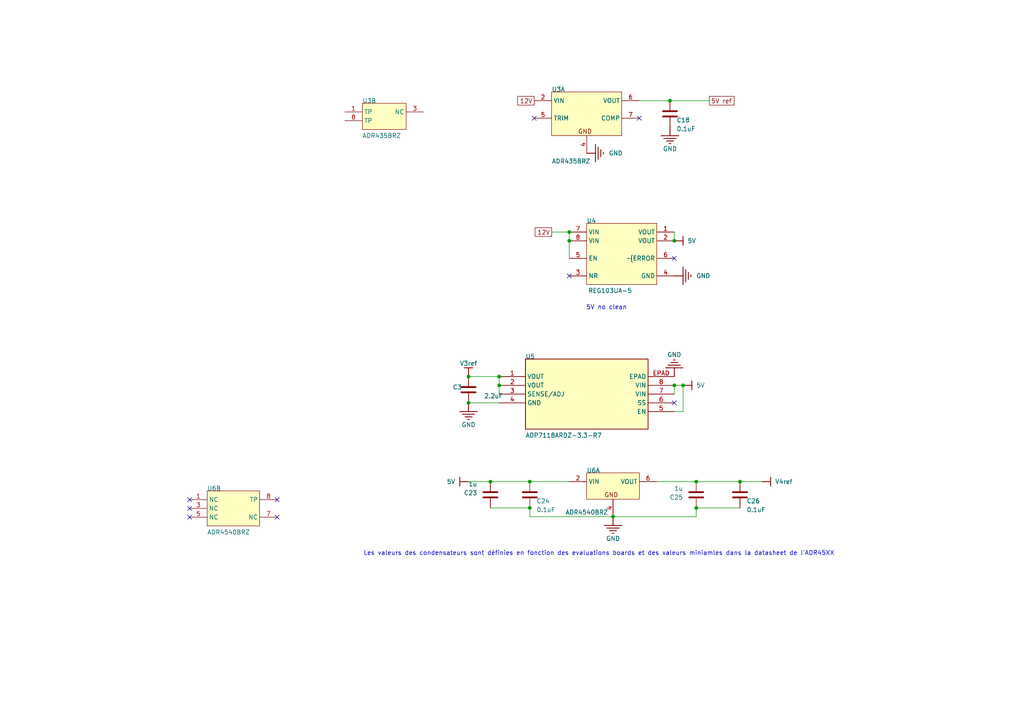
<source format=kicad_sch>
(kicad_sch (version 20211123) (generator eeschema)
  (paper "A4")
  (lib_symbols
    (symbol "Device:C" (pin_numbers hide) (pin_names (offset 0.254))
      (property "Reference" "C" (at 0.635 2.54 0))
      (property "Value" "C" (at 0.635 -2.54 0))
      (symbol "C_0_1"
        (polyline (pts (xy -2.032 -0.762) (xy 2.032 -0.762)) (stroke (width 0.508)))
        (polyline (pts (xy -2.032 0.762) (xy 2.032 0.762)) (stroke (width 0.508)))
      )
      (symbol "C_1_1"
        (pin passive line (at 0 3.81 270) (length 2.794) (name "~") (number "1"))
        (pin passive line (at 0 -3.81 90) (length 2.794) (name "~") (number "2"))
      )
    )
    (symbol "Vref-altium-import:0_CMP-0784-00192-1"
      (property "Value" "0_CMP-0784-00192-1" (at 0 0 0))
      (symbol "0_CMP-0784-00192-1_1_0"
        (rectangle (start 15.24 0) (end 0 -7.62) (fill (type background)))
        (text "GND" (at 5.08 -7.112 0) (effects (font (size 1.27 1.27)) (justify left bottom)))
        (pin power_in line (at -5.08 -2.54 0) (length 5.08) (name "VIN") (number "2"))
        (pin power_in line (at 7.62 -12.7 90) (length 5.08) (name "GND") (number "4"))
        (pin power_in line (at 20.32 -2.54 180) (length 5.08) (name "VOUT") (number "6"))
      )
      (symbol "0_CMP-0784-00192-1_2_0"
        (rectangle (start 15.24 0) (end 0 -10.16) (fill (type background)))
        (pin passive line (at -5.08 -2.54 0) (length 5.08) (name "NC") (number "1"))
        (pin passive line (at -5.08 -5.08 0) (length 5.08) (name "NC") (number "3"))
        (pin passive line (at -5.08 -7.62 0) (length 5.08) (name "NC") (number "5"))
        (pin passive line (at 20.32 -7.62 180) (length 5.08) (name "NC") (number "7"))
        (pin passive line (at 20.32 -2.54 180) (length 5.08) (name "TP") (number "8"))
      )
    )
    (symbol "Vref-altium-import:0_CMP-0784-00226-1"
      (property "Value" "0_CMP-0784-00226-1" (at 0 0 0))
      (symbol "0_CMP-0784-00226-1_1_0"
        (rectangle (start 20.32 0) (end 0 -12.7) (fill (type background)))
        (text "GND" (at 7.62 -12.192 0) (effects (font (size 1.27 1.27)) (justify left bottom)))
        (pin power_in line (at -5.08 -2.54 0) (length 5.08) (name "VIN") (number "2"))
        (pin power_in line (at 10.16 -17.78 90) (length 5.08) (name "GND") (number "4"))
        (pin input line (at -5.08 -7.62 0) (length 5.08) (name "TRIM") (number "5"))
        (pin power_in line (at 25.4 -2.54 180) (length 5.08) (name "VOUT") (number "6"))
        (pin passive line (at 25.4 -7.62 180) (length 5.08) (name "COMP") (number "7"))
      )
      (symbol "0_CMP-0784-00226-1_2_0"
        (rectangle (start 12.7 0) (end 0 -7.62) (fill (type background)))
        (pin passive line (at -5.08 -2.54 0) (length 5.08) (name "TP") (number "1"))
        (pin passive line (at 17.78 -2.54 180) (length 5.08) (name "NC") (number "3"))
        (pin passive line (at -5.08 -5.08 0) (length 5.08) (name "TP") (number "8"))
      )
    )
    (symbol "Vref-altium-import:5V" (power)
      (property "Reference" "#PWR" (at 0 0 0))
      (property "Value" "5V" (at 0 3.81 0))
      (symbol "5V_0_0"
        (polyline (pts (xy -1.27 -2.54) (xy 1.27 -2.54)) (stroke (width 0.254)))
        (polyline (pts (xy 0 0) (xy 0 -2.54)) (stroke (width 0.254)))
        (pin power_in line (at 0 0 0) (length 0) hide (name "5V") (number ""))
      )
    )
    (symbol "Vref-altium-import:GND" (power)
      (property "Reference" "#PWR" (at 0 0 0))
      (property "Value" "GND" (at 0 6.35 0))
      (symbol "GND_0_0"
        (polyline (pts (xy -2.54 -2.54) (xy 2.54 -2.54)) (stroke (width 0.254)))
        (polyline (pts (xy -1.778 -3.302) (xy 1.778 -3.302)) (stroke (width 0.254)))
        (polyline (pts (xy -1.016 -4.064) (xy 1.016 -4.064)) (stroke (width 0.254)))
        (polyline (pts (xy -0.254 -4.826) (xy 0.254 -4.826)) (stroke (width 0.254)))
        (polyline (pts (xy 0 0) (xy 0 -2.54)) (stroke (width 0.254)))
        (pin power_in line (at 0 0 0) (length 0) hide (name "GND") (number ""))
      )
    )
    (symbol "Vref-altium-import:V3ref" (power)
      (property "Reference" "#PWR" (at 0 0 0))
      (property "Value" "V3ref" (at 0 3.81 0))
      (symbol "V3ref_0_0"
        (polyline (pts (xy -1.27 -2.54) (xy 1.27 -2.54)) (stroke (width 0.254)))
        (polyline (pts (xy 0 0) (xy 0 -2.54)) (stroke (width 0.254)))
        (pin power_in line (at 0 0 0) (length 0) hide (name "V3ref") (number ""))
      )
    )
    (symbol "Vref-altium-import:V4ref" (power)
      (property "Reference" "#PWR" (at 0 0 0))
      (property "Value" "V4ref" (at 0 3.81 0))
      (symbol "V4ref_0_0"
        (polyline (pts (xy -1.27 -2.54) (xy 1.27 -2.54)) (stroke (width 0.254)))
        (polyline (pts (xy 0 0) (xy 0 -2.54)) (stroke (width 0.254)))
        (pin power_in line (at 0 0 0) (length 0) hide (name "V4ref") (number ""))
      )
    )
    (symbol "lib:ADP7118ARDZ-3.3-R7"
      (property "Value" "ADP7118ARDZ-3.3-R7" (at 24.13 -11.43 0))
      (symbol "ADP7118ARDZ-3.3-R7_1_0"
        (rectangle (start 43.18 5.08) (end 7.62 -15.24) (stroke (width 0.254)) (fill (type background)))
        (pin power_in line (at 0 0 0) (length 7.62) (name "VOUT") (number "1"))
        (pin power_in line (at 0 -2.54 0) (length 7.62) (name "VOUT") (number "2"))
        (pin passive line (at 0 -5.08 0) (length 7.62) (name "SENSE/ADJ") (number "3"))
        (pin passive line (at 0 -7.62 0) (length 7.62) (name "GND") (number "4"))
        (pin passive line (at 50.8 -10.16 180) (length 7.62) (name "EN") (number "5"))
        (pin passive line (at 50.8 -7.62 180) (length 7.62) (name "SS") (number "6"))
        (pin passive line (at 50.8 -5.08 180) (length 7.62) (name "VIN") (number "7"))
        (pin passive line (at 50.8 -2.54 180) (length 7.62) (name "VIN") (number "8"))
        (pin passive line (at 50.8 0 180) (length 7.62) (name "EPAD") (number "EPAD"))
      )
    )
    (symbol "lib:ADR435BRZ_A"
      (property "Reference" "U3" (at 0 0 0))
      (property "Value" "ADR435BRZ_A" (at 0 -20.828 0))
      (symbol "ADR435BRZ_A_1_0"
        (rectangle (start 20.32 0) (end 0 -12.7) (fill (type background)))
        (text "GND" (at 7.62 -12.192 0) (effects (font (size 1.27 1.27)) (justify left bottom)))
        (pin power_in line (at -5.08 -2.54 0) (length 5.08) (name "VIN") (number "2"))
        (pin power_in line (at 10.16 -17.78 90) (length 5.08) (name "GND") (number "4"))
        (pin input line (at -5.08 -7.62 0) (length 5.08) (name "TRIM") (number "5"))
        (pin power_in line (at 25.4 -2.54 180) (length 5.08) (name "VOUT") (number "6"))
        (pin passive line (at 25.4 -7.62 180) (length 5.08) (name "COMP") (number "7"))
      )
      (symbol "ADR435BRZ_A_2_0"
        (rectangle (start 12.7 0) (end 0 -7.62) (fill (type background)))
        (pin passive line (at -5.08 -2.54 0) (length 5.08) (name "TP") (number "1"))
        (pin passive line (at 17.78 -2.54 180) (length 5.08) (name "NC") (number "3"))
        (pin passive line (at -5.08 -5.08 0) (length 5.08) (name "TP") (number "8"))
      )
    )
    (symbol "lib:ADR4540BRZ_A"
      (property "Reference" "U6" (at 0 0 0))
      (property "Value" "ADR4540BRZ_A" (at 0 -11.43 0))
      (symbol "ADR4540BRZ_A_1_0"
        (rectangle (start 15.24 0) (end 0 -7.62) (fill (type background)))
        (text "GND" (at 5.08 -7.112 0) (effects (font (size 1.27 1.27)) (justify left bottom)))
        (pin power_in line (at -5.08 -2.54 0) (length 5.08) (name "VIN") (number "2"))
        (pin power_in line (at 7.62 -12.7 90) (length 5.08) (name "GND") (number "4"))
        (pin power_in line (at 20.32 -2.54 180) (length 5.08) (name "VOUT") (number "6"))
      )
      (symbol "ADR4540BRZ_A_2_0"
        (rectangle (start 15.24 0) (end 0 -10.16) (fill (type background)))
        (pin passive line (at -5.08 -2.54 0) (length 5.08) (name "NC") (number "1"))
        (pin passive line (at -5.08 -5.08 0) (length 5.08) (name "NC") (number "3"))
        (pin passive line (at -5.08 -7.62 0) (length 5.08) (name "NC") (number "5"))
        (pin passive line (at 20.32 -7.62 180) (length 5.08) (name "NC") (number "7"))
        (pin passive line (at 20.32 -2.54 180) (length 5.08) (name "TP") (number "8"))
      )
    )
    (symbol "lib:REG103UA-5"
      (property "Reference" "U4" (at 0 0 0))
      (property "Value" "REG103UA-5" (at 0.4 -20.24 0))
      (symbol "REG103UA-5_1_0"
        (rectangle (start 20.32 0) (end 0 -17.78) (fill (type background)))
        (pin power_in line (at 25.4 -2.54 180) (length 5.08) (name "VOUT") (number "1"))
        (pin power_in line (at 25.4 -5.08 180) (length 5.08) (name "VOUT") (number "2"))
        (pin passive line (at -5.08 -15.24 0) (length 5.08) (name "NR") (number "3"))
        (pin power_in line (at 25.4 -15.24 180) (length 5.08) (name "GND") (number "4"))
        (pin input line (at -5.08 -10.16 0) (length 5.08) (name "EN") (number "5"))
        (pin output line (at 25.4 -10.16 180) (length 5.08) (name "~{ERROR") (number "6"))
        (pin power_in line (at -5.08 -2.54 0) (length 5.08) (name "VIN") (number "7"))
        (pin power_in line (at -5.08 -5.08 0) (length 5.08) (name "VIN") (number "8"))
      )
    )
  )
  (junction (at 165.1 69.85))
  (junction (at 144.78 109.22))
  (junction (at 198.12 111.76))
  (junction (at 165.1 67.31))
  (junction (at 194.31 29.21))
  (junction (at 177.8 149.86))
  (junction (at 201.93 139.7))
  (junction (at 195.58 111.76))
  (junction (at 214.63 139.7))
  (junction (at 142.24 139.7))
  (junction (at 195.58 69.85))
  (junction (at 201.93 147.32))
  (junction (at 135.89 109.22))
  (junction (at 153.67 139.7))
  (junction (at 135.89 116.84))
  (junction (at 153.67 147.32))
  (junction (at 144.78 111.76))
  (no_connect (at 80.4 144.9272))
  (no_connect (at 195.58 74.93))
  (no_connect (at 80.4 150.0072))
  (no_connect (at 195.58 116.84))
  (no_connect (at 55 144.9272))
  (no_connect (at 55 150.0072))
  (no_connect (at 154.94 34.29))
  (no_connect (at 55 147.4672))
  (no_connect (at 185.42 34.29))
  (no_connect (at 165.1 80.01))
  (wire (pts (xy 185.42 29.21) (xy 194.31 29.21)))
  (wire (pts (xy 135.89 139.7) (xy 142.24 139.7)))
  (wire (pts (xy 153.67 147.32) (xy 153.67 149.86)))
  (wire (pts (xy 144.78 111.76) (xy 144.78 114.3)))
  (wire (pts (xy 153.67 149.86) (xy 177.8 149.86)))
  (wire (pts (xy 201.93 147.32) (xy 201.93 149.86)))
  (wire (pts (xy 165.1 67.31) (xy 165.1 69.85)))
  (wire (pts (xy 177.8 149.86) (xy 201.93 149.86)))
  (wire (pts (xy 165.1 69.85) (xy 165.1 74.93)))
  (wire (pts (xy 142.24 139.7) (xy 153.67 139.7)))
  (wire (pts (xy 214.63 139.7) (xy 220.98 139.7)))
  (wire (pts (xy 195.58 111.76) (xy 195.58 114.3)))
  (wire (pts (xy 144.78 109.22) (xy 144.78 111.76)))
  (wire (pts (xy 201.93 139.7) (xy 214.63 139.7)))
  (wire (pts (xy 201.93 147.32) (xy 214.63 147.32)))
  (wire (pts (xy 135.89 109.22) (xy 144.78 109.22)))
  (wire (pts (xy 135.89 116.84) (xy 144.78 116.84)))
  (wire (pts (xy 160.02 67.31) (xy 165.1 67.31)))
  (wire (pts (xy 190.5 139.7) (xy 201.93 139.7)))
  (wire (pts (xy 153.67 139.7) (xy 165.1 139.7)))
  (wire (pts (xy 195.58 67.31) (xy 195.58 69.85)))
  (wire (pts (xy 195.58 119.38) (xy 198.12 119.38)))
  (wire (pts (xy 195.58 111.76) (xy 198.12 111.76)))
  (wire (pts (xy 198.12 119.38) (xy 198.12 111.76)))
  (wire (pts (xy 194.31 29.21) (xy 205.74 29.21)))
  (wire (pts (xy 142.24 147.32) (xy 153.67 147.32)))
  (text "Les valeurs des condensateurs sont définies en fonction des evaluations boards et des valeurs miniamles dans la datasheet de l'ADR45XX" (at 105.41 161.29 0) (effects (font (size 1.27 1.27)) (justify left bottom)))
  (text "5V no clean" (at 170 90.0072 180) (effects (font (size 1.27 1.27)) (justify left bottom)))
  (global_label "12V" (shape passive) (at 160.02 67.31 180) (property "Intersheet References" "${INTERSHEET_REFS}" (effects hide)))
  (global_label "5V ref" (shape passive) (at 205.74 29.21 0) (property "Intersheet References" "${INTERSHEET_REFS}" (effects hide)))
  (global_label "12V" (shape passive) (at 154.94 29.21 180) (property "Intersheet References" "${INTERSHEET_REFS}" (effects hide)))
  (symbol (lib_id "Vref-altium-import:GND") (at 194.31 36.83 0) (unit 1)
    (property "Reference" "#PWR?" (effects hide))
    (property "Value" "GND" (at 194.31 43.18 0))
  )
  (symbol (lib_id "Vref-altium-import:GND") (at 195.58 109.22 180) (unit 1)
    (property "Reference" "#PWR?" (effects hide))
    (property "Value" "GND" (at 195.58 102.87 0))
  )
  (symbol (lib_id "Vref-altium-import:V4ref") (at 220.98 139.7 90) (unit 1)
    (property "Reference" "#PWR?" (effects hide))
    (property "Value" "V4ref" (at 224.79 139.7 90) (effects (justify right)))
  )
  (symbol (lib_id "lib:ADR4540BRZ_A") (at 170.18 137.16 0) (unit 1)
    (property "Reference" "U6" (at 170.18 137.16 0) (effects (justify left bottom)))
    (property "Value" "ADR4540BRZ" (at 170.18 148.59 0))
    (property "Footprint" "ADI-R-8_M" (effects hide))
    (property "COMPONENTLINK4URL" "Product URL:http://www.analog.com/en/special-linear-functions/voltage-references/adr4540/products/product.html" (effects hide))
    (property "MOUNTING TECHNOLOGY" "Surface Mount" (effects hide))
    (property "COMPONENTLINK1DESCRIPTION" "Manufacturer URL" (effects hide))
    (property "PACKAGEDESCRIPTION" "8-Pin Standard Small Outline Package, Body 4.9 x 3.9 mm, Pitch 1.27 mm" (effects hide))
    (property "MAX V SUPPLY (V)" "15" (effects hide))
    (property "COMPONENTLINK2URL" "http://www.analog.com/static/imported-files/data_sheets/ADR4520_4525_4530_4533_4540_4550.pdf" (effects hide))
    (property "COMPONENTLINK1URL" "http://www.analog.com/en/index.html" (effects hide))
    (property "MIN V SUPPLY (V)" "3" (effects hide))
    (property "DATASHEETVERSION" "Rev. 0" (effects hide))
    (property "COMPONENTLINK4DESCRIPTION" "URL Link1" (effects hide))
    (property "OPERATING TEMP RANGE" "-40 to 125 degC" (effects hide))
    (property "PARTNUMBER" "ADR4540BRZ" (effects hide))
    (property "COMPONENTLINK2DESCRIPTION" "Datasheet" (effects hide))
    (property "COMPONENTLINK3URL" "http://www.analog.com/static/imported-files/packages/PKG_PDF/SOIC_Narrow%20(R)/R_8.pdf" (effects hide))
    (property "COMPONENTLINK3DESCRIPTION" "Package Specification" (effects hide))
    (property "MANUFACTURER" "Analog Devices" (effects hide))
    (property "PACKAGEVERSION" "060506-A, 06/2006" (effects hide))
    (property "VOUT" "4.096V" (effects hide))
    (property "PACKING" "Tube" (effects hide))
    (property "PACKAGEREFERENCE" "R-8" (effects hide))
    (property "REF OUT TC (PPM/C)" "2" (effects hide))
    (property "CODE_JEDEC" "MS-012-AA" (effects hide))
    (property "COMPONENT TYPE" "Standard" (effects hide))
    (property "DESIGN ITEM ID" "CMP-0784-00192-1" (effects hide))
    (property "MANUFACTURER PART NUMBER" "ADR4540BRZ" (effects hide))
    (property "PIN COUNT" "8" (effects hide))
    (property "SOURCE" "workerBoard.SCHLIB" (effects hide))
  )
  (symbol (lib_id "Vref-altium-import:GND") (at 135.89 116.84 0) (unit 1)
    (property "Reference" "#PWR?" (effects hide))
    (property "Value" "GND" (at 135.89 123.19 0))
  )
  (symbol (lib_id "Device:C") (at 153.67 143.51 0) (unit 1)
    (property "Reference" "C24" (at 155.575 146.05 0) (effects (justify left bottom)))
    (property "Value" "0.1uF" (at 155.575 148.59 0) (effects (justify left bottom)))
    (property "Footprint" "CAPC1608X90N" (effects hide))
    (property "PRICE" "None" (effects hide))
    (property "AVAILABILITY" "Unavailable" (effects hide))
    (property "ALTIUM_VALUE" "*" (effects hide))
    (property "MP" "06033D104KAT2A" (effects hide))
    (property "PACKAGE" "None" (effects hide))
    (property "MF" "{'manufacturer': u'AVX'}" (effects hide))
    (property "COMPONENT TYPE" "Standard" (effects hide))
    (property "DESIGN ITEM ID" "06033D104KAT2A" (effects hide))
    (property "PIN COUNT" "2" (effects hide))
    (property "SOURCE" "workerBoard.SCHLIB" (effects hide))
  )
  (symbol (lib_id "Vref-altium-import:0_CMP-0784-00226-1") (at 105.08 29.9272 0) (unit 2)
    (property "Reference" "U3" (at 105.08 29.9272 0) (effects (justify left bottom)))
    (property "Value" "ADR435BRZ" (at 105.08 40.0872 0) (effects (justify left bottom)))
    (property "Footprint" "ADI-R-8_M" (effects hide))
    (property "COMPONENTLINK4DESCRIPTION" "URL Link1" (effects hide))
    (property "COMPONENTLINK3DESCRIPTION" "Package Specification" (effects hide))
    (property "MAX V SUPPLY (V)" "18" (effects hide))
    (property "MOUNTING TECHNOLOGY" "Surface Mount" (effects hide))
    (property "DATASHEETVERSION" "Rev. J" (effects hide))
    (property "VOUT" "5V" (effects hide))
    (property "PACKAGEDESCRIPTION" "8-Pin Standard Small Outline Package, Body 4.9 x 3.9 mm, Pitch 1.27 mm" (effects hide))
    (property "PACKING" "Tube" (effects hide))
    (property "PACKAGEVERSION" "060506-A, 06/2006" (effects hide))
    (property "PACKAGEREFERENCE" "R-8" (effects hide))
    (property "COMPONENTLINK2DESCRIPTION" "Datasheet" (effects hide))
    (property "REF OUT TC (PPM/C)" "1" (effects hide))
    (property "PARTNUMBER" "ADR435BRZ" (effects hide))
    (property "COMPONENTLINK3URL" "http://www.analog.com/static/imported-files/packages/PKG_PDF/SOIC_Narrow%20(R)/R_8.pdf" (effects hide))
    (property "MANUFACTURER" "Analog Devices" (effects hide))
    (property "MIN V SUPPLY (V)" "7" (effects hide))
    (property "COMPONENTLINK1DESCRIPTION" "Manufacturer URL" (effects hide))
    (property "COMPONENTLINK2URL" "http://www.analog.com/static/imported-files/data_sheets/ADR430_431_433_434_435_439.pdf" (effects hide))
    (property "OPERATING TEMP RANGE" "-40 to 125 degC" (effects hide))
    (property "CODE_JEDEC" "MS-012-AA" (effects hide))
    (property "COMPONENTLINK4URL" "Product URL:http://www.analog.com/en/special-linear-functions/voltage-references/adr435/products/product.html" (effects hide))
    (property "COMPONENTLINK1URL" "http://www.analog.com/en/index.html" (effects hide))
    (property "COMPONENT TYPE" "Standard" (effects hide))
    (property "DESIGN ITEM ID" "CMP-0784-00226-1" (effects hide))
    (property "MANUFACTURER PART NUMBER" "ADR435BRZ" (effects hide))
    (property "PIN COUNT" "8" (effects hide))
    (property "SOURCE" "workerBoard.SCHLIB" (effects hide))
  )
  (symbol (lib_id "lib:ADP7118ARDZ-3.3-R7") (at 144.78 109.22 0) (unit 1)
    (property "Reference" "U5" (at 152.4 104.14 0) (effects (justify left bottom)))
    (property "Value" "ADP7118ARDZ-3.3-R7" (at 152.4 127 0) (effects (justify left bottom)))
    (property "Footprint" "SOIC_08_EP_3P9X4P9_ADI" (effects hide))
    (property "COPYRIGHT" "Copyright (C) 2021 Ultra Librarian. All rights reserved." (effects hide))
    (property "MFR_NAME" "Analog Devices Inc" (effects hide))
    (property "MANUFACTURER_PART_NUMBER" "ADP7118ARDZ-3.3-R7" (effects hide))
    (property "REFDES" "RefDes" (effects hide))
    (property "TYPE" "DEV" (effects hide))
    (property "COMPONENT TYPE" "Standard" (effects hide))
    (property "DESIGN ITEM ID" "ADP7118ARDZ-3.3-R7" (effects hide))
    (property "PIN COUNT" "9" (effects hide))
    (property "SOURCE" "workerBoard.SCHLIB" (effects hide))
  )
  (symbol (lib_id "Device:C") (at 142.24 143.51 180) (unit 1)
    (property "Reference" "C23" (at 138.43 142.24 0) (effects (justify left bottom)))
    (property "Value" "1u" (at 138.43 139.7 0) (effects (justify left bottom)))
    (property "Footprint" "CAPC1608X90N" (effects hide))
    (property "DATASHEET LINK" "https://componentsearchengine.com/Datasheets/1/06031A100FAT2A.pdf" (effects hide))
    (property "HEIGHT" "0.9mm" (effects hide))
    (property "MANUFACTURER_NAME" "AVX" (effects hide))
    (property "MANUFACTURER_PART_NUMBER" "0603YC105MAT4A" (effects hide))
    (property "COMPONENT TYPE" "Standard" (effects hide))
    (property "DESIGN ITEM ID" "0603YC105MAT4A" (effects hide))
    (property "PIN COUNT" "2" (effects hide))
    (property "SOURCE" "workerBoard.SCHLIB" (effects hide))
  )
  (symbol (lib_id "Vref-altium-import:GND") (at 170.18 44.45 90) (unit 1)
    (property "Reference" "#PWR?" (effects hide))
    (property "Value" "GND" (at 176.53 44.45 90) (effects (justify right)))
  )
  (symbol (lib_id "Vref-altium-import:5V") (at 135.89 139.7 270) (unit 1)
    (property "Reference" "#PWR?" (effects hide))
    (property "Value" "5V" (at 132.08 139.7 90) (effects (justify right)))
  )
  (symbol (lib_id "Vref-altium-import:GND") (at 177.8 149.86 0) (unit 1)
    (property "Reference" "#PWR?" (effects hide))
    (property "Value" "GND" (at 177.8 156.21 0))
  )
  (symbol (lib_id "Vref-altium-import:V3ref") (at 135.89 109.22 180) (unit 1)
    (property "Reference" "#PWR?" (effects hide))
    (property "Value" "V3ref" (at 135.89 105.41 0))
  )
  (symbol (lib_id "Device:C") (at 194.31 33.02 0) (unit 1)
    (property "Reference" "C18" (at 196.215 35.56 0) (effects (justify left bottom)))
    (property "Value" "0.1uF" (at 196.215 38.1 0) (effects (justify left bottom)))
    (property "Footprint" "CAPC1608X90N" (effects hide))
    (property "PRICE" "None" (effects hide))
    (property "AVAILABILITY" "Unavailable" (effects hide))
    (property "ALTIUM_VALUE" "*" (effects hide))
    (property "MP" "06033D104KAT2A" (effects hide))
    (property "PACKAGE" "None" (effects hide))
    (property "MF" "{'manufacturer': u'AVX'}" (effects hide))
    (property "COMPONENT TYPE" "Standard" (effects hide))
    (property "DESIGN ITEM ID" "06033D104KAT2A" (effects hide))
    (property "PIN COUNT" "2" (effects hide))
    (property "SOURCE" "workerBoard.SCHLIB" (effects hide))
  )
  (symbol (lib_id "Device:C") (at 201.93 143.51 180) (unit 1)
    (property "Reference" "C25" (at 198.12 143.51 0) (effects (justify left bottom)))
    (property "Value" "1u" (at 198.12 140.97 0) (effects (justify left bottom)))
    (property "Footprint" "CAPC1608X90N" (effects hide))
    (property "DATASHEET LINK" "https://componentsearchengine.com/Datasheets/1/06031A100FAT2A.pdf" (effects hide))
    (property "HEIGHT" "0.9mm" (effects hide))
    (property "MANUFACTURER_NAME" "AVX" (effects hide))
    (property "MANUFACTURER_PART_NUMBER" "0603YC105MAT4A" (effects hide))
    (property "COMPONENT TYPE" "Standard" (effects hide))
    (property "DESIGN ITEM ID" "0603YC105MAT4A" (effects hide))
    (property "PIN COUNT" "2" (effects hide))
    (property "SOURCE" "workerBoard.SCHLIB" (effects hide))
  )
  (symbol (lib_id "Vref-altium-import:5V") (at 195.58 69.85 90) (unit 1)
    (property "Reference" "#PWR?" (effects hide))
    (property "Value" "5V" (at 199.39 69.85 90) (effects (justify right)))
  )
  (symbol (lib_id "Device:C") (at 135.89 113.03 0) (mirror y) (unit 1)
    (property "Reference" "C3" (at 133.985 113.03 0) (effects (justify left bottom)))
    (property "Value" "2.2uF" (at 145.89 115.57 0) (effects (justify left bottom)))
    (property "Footprint" "CAPC1608X90" (effects hide))
    (property "PACKAGE" "None" (effects hide))
    (property "AVAILABILITY" "Unavailable" (effects hide))
    (property "ALTIUM_VALUE" "*" (effects hide))
    (property "MP" "F981C225MMA" (effects hide))
    (property "PRICE" "None" (effects hide))
    (property "MF" "{'manufacturer': u'AVX'}" (effects hide))
    (property "COMPONENT TYPE" "Standard" (effects hide))
    (property "DESIGN ITEM ID" "F981C225MMA" (effects hide))
    (property "PIN COUNT" "2" (effects hide))
    (property "SOURCE" "workerBoard.SCHLIB" (effects hide))
  )
  (symbol (lib_id "lib:REG103UA-5") (at 170.18 64.77 0) (unit 1)
    (property "Reference" "U4" (at 170.18 64.77 0) (effects (justify left bottom)))
    (property "Value" "REG103UA-5" (at 170.58 85.01 0) (effects (justify left bottom)))
    (property "Footprint" "D0008A_M" (effects hide))
    (property "VDO(TYP)(MV)" "160" (effects hide))
    (property "MOUNTING TECHNOLOGY" "Surface Mount" (effects hide))
    (property "ACCURACY(%)" "2" (effects hide))
    (property "IQ(TYP)(MA)" "0.5" (effects hide))
    (property "COMPONENTLINK1URL" "http://www.ti.com/" (effects hide))
    (property "PACKAGEREFERENCE" "D0008A" (effects hide))
    (property "COMPONENTLINK1DESCRIPTION" "Manufacturer URL" (effects hide))
    (property "ECO-PLAN" "Green (RoHS & no Sb/Br)" (effects hide))
    (property "PACKAGEVERSION" "4040047-3/M" (effects hide))
    (property "PARTNUMBER" "REG103UA-5" (effects hide))
    (property "VIN(MAX)(V)" "15" (effects hide))
    (property "POWER GOOD" "TRUE" (effects hide))
    (property "CODE_JEDEC" "MS-012" (effects hide))
    (property "DATASHEETVERSION" "SBVS010D" (effects hide))
    (property "SUBFAMILY" "Single Channel LDO" (effects hide))
    (property "VOUT ADJ(MAX)(V)" "5" (effects hide))
    (property "COMPONENTLINK2DESCRIPTION" "Datasheet" (effects hide))
    (property "PACKAGEDESCRIPTION" "8-Pin Plastic Small Outline, Body 4.9 x 3.9 mm, Pitch 1.27 mm" (effects hide))
    (property "COMPONENTLINK2URL" "http://www.ti.com/general/docs/lit/getliterature.tsp?genericPartNumber=REG103-5&fileType=pdf" (effects hide))
    (property "COMPONENTLINK3URL" "http://www.ti.com/litv/pdf/msoi002j" (effects hide))
    (property "MANUFACTURER" "Texas Instruments" (effects hide))
    (property "FIXED OUTPUT OPTIONS(V)" "5" (effects hide))
    (property "IOUT(MAX)(A)" "0.5" (effects hide))
    (property "VOUT ADJ(MIN)(V)" "5" (effects hide))
    (property "COMPONENTLINK3DESCRIPTION" "Package Specification" (effects hide))
    (property "VIN(MIN)(V)" "2.1" (effects hide))
    (property "COMPONENT TYPE" "Standard" (effects hide))
    (property "DESIGN ITEM ID" "CMP-0395-00135-2" (effects hide))
    (property "MANUFACTURER PART NUMBER" "REG103UA-5" (effects hide))
    (property "PIN COUNT" "8" (effects hide))
    (property "SOURCE" "workerBoard.SCHLIB" (effects hide))
  )
  (symbol (lib_id "lib:ADR435BRZ_A") (at 160.02 26.67 0) (unit 1)
    (property "Reference" "U3" (at 160.02 26.67 0) (effects (justify left bottom)))
    (property "Value" "ADR435BRZ" (at 160.02 47.498 0) (effects (justify left bottom)))
    (property "Footprint" "ADI-R-8_M" (effects hide))
    (property "COMPONENTLINK4DESCRIPTION" "URL Link1" (effects hide))
    (property "COMPONENTLINK3DESCRIPTION" "Package Specification" (effects hide))
    (property "MAX V SUPPLY (V)" "18" (effects hide))
    (property "MOUNTING TECHNOLOGY" "Surface Mount" (effects hide))
    (property "DATASHEETVERSION" "Rev. J" (effects hide))
    (property "VOUT" "5V" (effects hide))
    (property "PACKAGEDESCRIPTION" "8-Pin Standard Small Outline Package, Body 4.9 x 3.9 mm, Pitch 1.27 mm" (effects hide))
    (property "PACKING" "Tube" (effects hide))
    (property "PACKAGEVERSION" "060506-A, 06/2006" (effects hide))
    (property "PACKAGEREFERENCE" "R-8" (effects hide))
    (property "COMPONENTLINK2DESCRIPTION" "Datasheet" (effects hide))
    (property "REF OUT TC (PPM/C)" "1" (effects hide))
    (property "PARTNUMBER" "ADR435BRZ" (effects hide))
    (property "COMPONENTLINK3URL" "http://www.analog.com/static/imported-files/packages/PKG_PDF/SOIC_Narrow%20(R)/R_8.pdf" (effects hide))
    (property "MANUFACTURER" "Analog Devices" (effects hide))
    (property "MIN V SUPPLY (V)" "7" (effects hide))
    (property "COMPONENTLINK1DESCRIPTION" "Manufacturer URL" (effects hide))
    (property "COMPONENTLINK2URL" "http://www.analog.com/static/imported-files/data_sheets/ADR430_431_433_434_435_439.pdf" (effects hide))
    (property "OPERATING TEMP RANGE" "-40 to 125 degC" (effects hide))
    (property "CODE_JEDEC" "MS-012-AA" (effects hide))
    (property "COMPONENTLINK4URL" "Product URL:http://www.analog.com/en/special-linear-functions/voltage-references/adr435/products/product.html" (effects hide))
    (property "COMPONENTLINK1URL" "http://www.analog.com/en/index.html" (effects hide))
    (property "COMPONENT TYPE" "Standard" (effects hide))
    (property "DESIGN ITEM ID" "CMP-0784-00226-1" (effects hide))
    (property "MANUFACTURER PART NUMBER" "ADR435BRZ" (effects hide))
    (property "PIN COUNT" "8" (effects hide))
    (property "SOURCE" "workerBoard.SCHLIB" (effects hide))
  )
  (symbol (lib_id "Vref-altium-import:5V") (at 198.12 111.76 90) (unit 1)
    (property "Reference" "#PWR?" (effects hide))
    (property "Value" "5V" (at 201.93 111.76 90) (effects (justify right)))
  )
  (symbol (lib_id "Device:C") (at 214.63 143.51 0) (unit 1)
    (property "Reference" "C26" (at 216.535 146.05 0) (effects (justify left bottom)))
    (property "Value" "0.1uF" (at 216.535 148.59 0) (effects (justify left bottom)))
    (property "Footprint" "CAPC1608X90N" (effects hide))
    (property "PRICE" "None" (effects hide))
    (property "AVAILABILITY" "Unavailable" (effects hide))
    (property "ALTIUM_VALUE" "*" (effects hide))
    (property "MP" "06033D104KAT2A" (effects hide))
    (property "PACKAGE" "None" (effects hide))
    (property "MF" "{'manufacturer': u'AVX'}" (effects hide))
    (property "COMPONENT TYPE" "Standard" (effects hide))
    (property "DESIGN ITEM ID" "06033D104KAT2A" (effects hide))
    (property "PIN COUNT" "2" (effects hide))
    (property "SOURCE" "workerBoard.SCHLIB" (effects hide))
  )
  (symbol (lib_id "Vref-altium-import:GND") (at 195.58 80.01 90) (unit 1)
    (property "Reference" "#PWR?" (effects hide))
    (property "Value" "GND" (at 201.93 80.01 90) (effects (justify right)))
  )
  (symbol (lib_id "Vref-altium-import:0_CMP-0784-00192-1") (at 60.08 142.3872 0) (unit 2)
    (property "Reference" "U6" (at 60.08 142.3872 0) (effects (justify left bottom)))
    (property "Value" "ADR4540BRZ" (at 60.08 155.0872 0) (effects (justify left bottom)))
    (property "Footprint" "ADI-R-8_M" (effects hide))
    (property "COMPONENTLINK4URL" "Product URL:http://www.analog.com/en/special-linear-functions/voltage-references/adr4540/products/product.html" (effects hide))
    (property "MOUNTING TECHNOLOGY" "Surface Mount" (effects hide))
    (property "COMPONENTLINK1DESCRIPTION" "Manufacturer URL" (effects hide))
    (property "PACKAGEDESCRIPTION" "8-Pin Standard Small Outline Package, Body 4.9 x 3.9 mm, Pitch 1.27 mm" (effects hide))
    (property "MAX V SUPPLY (V)" "15" (effects hide))
    (property "COMPONENTLINK2URL" "http://www.analog.com/static/imported-files/data_sheets/ADR4520_4525_4530_4533_4540_4550.pdf" (effects hide))
    (property "COMPONENTLINK1URL" "http://www.analog.com/en/index.html" (effects hide))
    (property "MIN V SUPPLY (V)" "3" (effects hide))
    (property "DATASHEETVERSION" "Rev. 0" (effects hide))
    (property "COMPONENTLINK4DESCRIPTION" "URL Link1" (effects hide))
    (property "OPERATING TEMP RANGE" "-40 to 125 degC" (effects hide))
    (property "PARTNUMBER" "ADR4540BRZ" (effects hide))
    (property "COMPONENTLINK2DESCRIPTION" "Datasheet" (effects hide))
    (property "COMPONENTLINK3URL" "http://www.analog.com/static/imported-files/packages/PKG_PDF/SOIC_Narrow%20(R)/R_8.pdf" (effects hide))
    (property "COMPONENTLINK3DESCRIPTION" "Package Specification" (effects hide))
    (property "MANUFACTURER" "Analog Devices" (effects hide))
    (property "PACKAGEVERSION" "060506-A, 06/2006" (effects hide))
    (property "VOUT" "4.096V" (effects hide))
    (property "PACKING" "Tube" (effects hide))
    (property "PACKAGEREFERENCE" "R-8" (effects hide))
    (property "REF OUT TC (PPM/C)" "2" (effects hide))
    (property "CODE_JEDEC" "MS-012-AA" (effects hide))
    (property "COMPONENT TYPE" "Standard" (effects hide))
    (property "DESIGN ITEM ID" "CMP-0784-00192-1" (effects hide))
    (property "MANUFACTURER PART NUMBER" "ADR4540BRZ" (effects hide))
    (property "PIN COUNT" "8" (effects hide))
    (property "SOURCE" "workerBoard.SCHLIB" (effects hide))
  )
)
</source>
